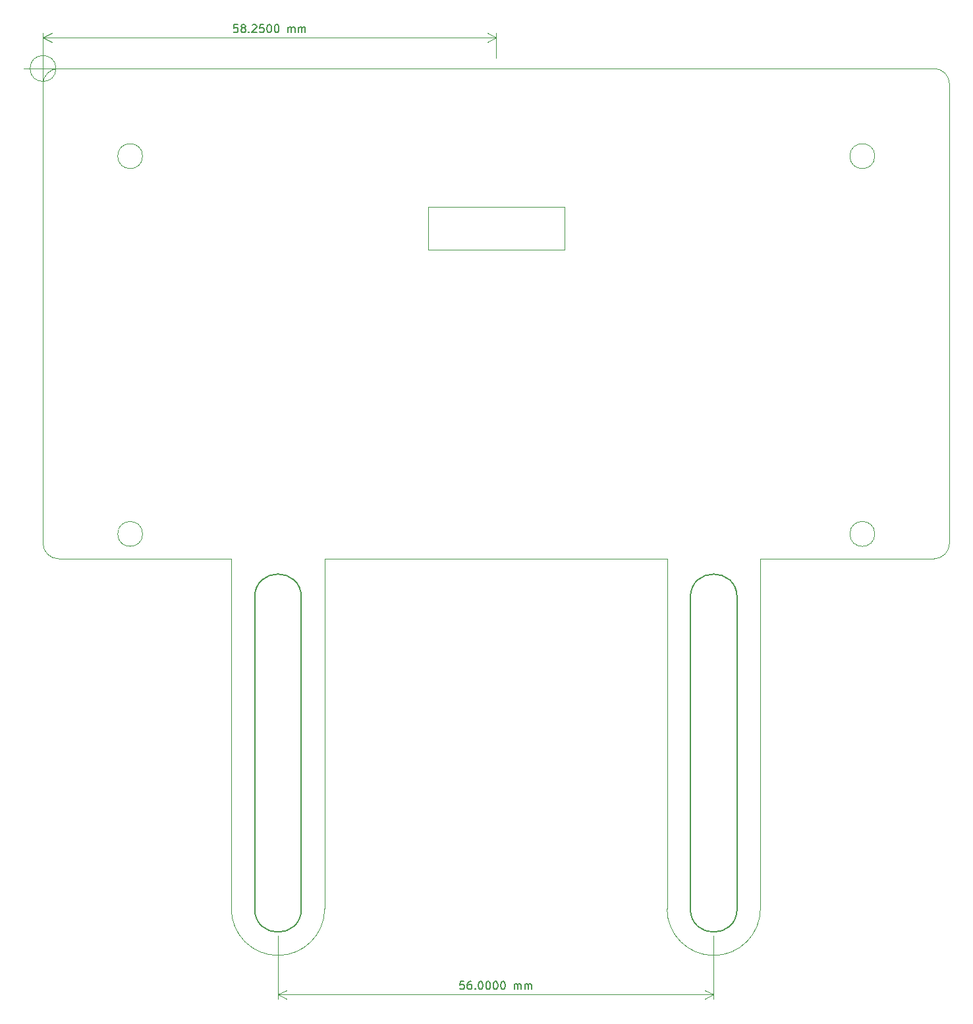
<source format=gbr>
%TF.GenerationSoftware,KiCad,Pcbnew,(6.0.1)*%
%TF.CreationDate,2022-12-13T21:33:40+01:00*%
%TF.ProjectId,SRD_Enhanced,5352445f-456e-4686-916e-6365642e6b69,rev?*%
%TF.SameCoordinates,Original*%
%TF.FileFunction,Profile,NP*%
%FSLAX46Y46*%
G04 Gerber Fmt 4.6, Leading zero omitted, Abs format (unit mm)*
G04 Created by KiCad (PCBNEW (6.0.1)) date 2022-12-13 21:33:40*
%MOMM*%
%LPD*%
G01*
G04 APERTURE LIST*
%TA.AperFunction,Profile*%
%ADD10C,0.100000*%
%TD*%
%TA.AperFunction,Profile*%
%ADD11C,0.200000*%
%TD*%
%ADD12C,0.150000*%
G04 APERTURE END LIST*
D10*
X55500000Y-40000000D02*
X168000000Y-40000000D01*
X145700000Y-147960000D02*
X145700000Y-103000000D01*
D11*
X142700000Y-107960000D02*
G75*
G03*
X136700000Y-107960000I-3000000J0D01*
G01*
D10*
X55500000Y-103000000D02*
X77700000Y-103000000D01*
X55500000Y-40000000D02*
G75*
G03*
X53500000Y-42000000I-1J-1999999D01*
G01*
X103000000Y-57750000D02*
X120500000Y-57750000D01*
X120500000Y-57750000D02*
X120500000Y-63250000D01*
X120500000Y-63250000D02*
X103000000Y-63250000D01*
X103000000Y-63250000D02*
X103000000Y-57750000D01*
X160400000Y-51260000D02*
G75*
G03*
X160400000Y-51260000I-1600000J0D01*
G01*
X53500000Y-101000000D02*
X53500000Y-42000000D01*
D11*
X136700000Y-147960000D02*
X136700000Y-107960000D01*
D10*
X170000000Y-101000000D02*
X170000000Y-42000000D01*
D11*
X80700000Y-147960000D02*
G75*
G03*
X86700000Y-147960000I3000000J0D01*
G01*
D10*
X89700000Y-147960000D02*
X89700000Y-103000000D01*
X53500000Y-101000000D02*
G75*
G03*
X55500000Y-103000000I1999999J-1D01*
G01*
X145700000Y-103000000D02*
X168000000Y-103000000D01*
D11*
X86700000Y-107960000D02*
G75*
G03*
X80700000Y-107960000I-3000000J0D01*
G01*
D10*
X77700000Y-147960000D02*
X77700000Y-103000000D01*
D11*
X80700000Y-147960000D02*
X80700000Y-107960000D01*
D10*
X133700000Y-147960000D02*
X133700000Y-103000000D01*
X133700000Y-103000000D02*
X89700000Y-103000000D01*
X168000000Y-103000000D02*
G75*
G03*
X170000000Y-101000000I1J1999999D01*
G01*
X66300000Y-99800000D02*
G75*
G03*
X66300000Y-99800000I-1600000J0D01*
G01*
X77700000Y-147960000D02*
G75*
G03*
X89700000Y-147960000I6000000J0D01*
G01*
X170000000Y-42000000D02*
G75*
G03*
X168000000Y-40000000I-1999999J1D01*
G01*
D11*
X142700000Y-147960000D02*
X142700000Y-107960000D01*
D10*
X133700000Y-147960000D02*
G75*
G03*
X145700000Y-147960000I6000000J0D01*
G01*
D11*
X136700000Y-147960000D02*
G75*
G03*
X142700000Y-147960000I3000000J0D01*
G01*
D10*
X160400000Y-99800000D02*
G75*
G03*
X160400000Y-99800000I-1600000J0D01*
G01*
X66300000Y-51260000D02*
G75*
G03*
X66300000Y-51260000I-1600000J0D01*
G01*
D11*
X86700000Y-147960000D02*
X86700000Y-107960000D01*
D12*
X107604761Y-157302380D02*
X107128571Y-157302380D01*
X107080952Y-157778571D01*
X107128571Y-157730952D01*
X107223809Y-157683333D01*
X107461904Y-157683333D01*
X107557142Y-157730952D01*
X107604761Y-157778571D01*
X107652380Y-157873809D01*
X107652380Y-158111904D01*
X107604761Y-158207142D01*
X107557142Y-158254761D01*
X107461904Y-158302380D01*
X107223809Y-158302380D01*
X107128571Y-158254761D01*
X107080952Y-158207142D01*
X108509523Y-157302380D02*
X108319047Y-157302380D01*
X108223809Y-157350000D01*
X108176190Y-157397619D01*
X108080952Y-157540476D01*
X108033333Y-157730952D01*
X108033333Y-158111904D01*
X108080952Y-158207142D01*
X108128571Y-158254761D01*
X108223809Y-158302380D01*
X108414285Y-158302380D01*
X108509523Y-158254761D01*
X108557142Y-158207142D01*
X108604761Y-158111904D01*
X108604761Y-157873809D01*
X108557142Y-157778571D01*
X108509523Y-157730952D01*
X108414285Y-157683333D01*
X108223809Y-157683333D01*
X108128571Y-157730952D01*
X108080952Y-157778571D01*
X108033333Y-157873809D01*
X109033333Y-158207142D02*
X109080952Y-158254761D01*
X109033333Y-158302380D01*
X108985714Y-158254761D01*
X109033333Y-158207142D01*
X109033333Y-158302380D01*
X109700000Y-157302380D02*
X109795238Y-157302380D01*
X109890476Y-157350000D01*
X109938095Y-157397619D01*
X109985714Y-157492857D01*
X110033333Y-157683333D01*
X110033333Y-157921428D01*
X109985714Y-158111904D01*
X109938095Y-158207142D01*
X109890476Y-158254761D01*
X109795238Y-158302380D01*
X109700000Y-158302380D01*
X109604761Y-158254761D01*
X109557142Y-158207142D01*
X109509523Y-158111904D01*
X109461904Y-157921428D01*
X109461904Y-157683333D01*
X109509523Y-157492857D01*
X109557142Y-157397619D01*
X109604761Y-157350000D01*
X109700000Y-157302380D01*
X110652380Y-157302380D02*
X110747619Y-157302380D01*
X110842857Y-157350000D01*
X110890476Y-157397619D01*
X110938095Y-157492857D01*
X110985714Y-157683333D01*
X110985714Y-157921428D01*
X110938095Y-158111904D01*
X110890476Y-158207142D01*
X110842857Y-158254761D01*
X110747619Y-158302380D01*
X110652380Y-158302380D01*
X110557142Y-158254761D01*
X110509523Y-158207142D01*
X110461904Y-158111904D01*
X110414285Y-157921428D01*
X110414285Y-157683333D01*
X110461904Y-157492857D01*
X110509523Y-157397619D01*
X110557142Y-157350000D01*
X110652380Y-157302380D01*
X111604761Y-157302380D02*
X111700000Y-157302380D01*
X111795238Y-157350000D01*
X111842857Y-157397619D01*
X111890476Y-157492857D01*
X111938095Y-157683333D01*
X111938095Y-157921428D01*
X111890476Y-158111904D01*
X111842857Y-158207142D01*
X111795238Y-158254761D01*
X111700000Y-158302380D01*
X111604761Y-158302380D01*
X111509523Y-158254761D01*
X111461904Y-158207142D01*
X111414285Y-158111904D01*
X111366666Y-157921428D01*
X111366666Y-157683333D01*
X111414285Y-157492857D01*
X111461904Y-157397619D01*
X111509523Y-157350000D01*
X111604761Y-157302380D01*
X112557142Y-157302380D02*
X112652380Y-157302380D01*
X112747619Y-157350000D01*
X112795238Y-157397619D01*
X112842857Y-157492857D01*
X112890476Y-157683333D01*
X112890476Y-157921428D01*
X112842857Y-158111904D01*
X112795238Y-158207142D01*
X112747619Y-158254761D01*
X112652380Y-158302380D01*
X112557142Y-158302380D01*
X112461904Y-158254761D01*
X112414285Y-158207142D01*
X112366666Y-158111904D01*
X112319047Y-157921428D01*
X112319047Y-157683333D01*
X112366666Y-157492857D01*
X112414285Y-157397619D01*
X112461904Y-157350000D01*
X112557142Y-157302380D01*
X114080952Y-158302380D02*
X114080952Y-157635714D01*
X114080952Y-157730952D02*
X114128571Y-157683333D01*
X114223809Y-157635714D01*
X114366666Y-157635714D01*
X114461904Y-157683333D01*
X114509523Y-157778571D01*
X114509523Y-158302380D01*
X114509523Y-157778571D02*
X114557142Y-157683333D01*
X114652380Y-157635714D01*
X114795238Y-157635714D01*
X114890476Y-157683333D01*
X114938095Y-157778571D01*
X114938095Y-158302380D01*
X115414285Y-158302380D02*
X115414285Y-157635714D01*
X115414285Y-157730952D02*
X115461904Y-157683333D01*
X115557142Y-157635714D01*
X115700000Y-157635714D01*
X115795238Y-157683333D01*
X115842857Y-157778571D01*
X115842857Y-158302380D01*
X115842857Y-157778571D02*
X115890476Y-157683333D01*
X115985714Y-157635714D01*
X116128571Y-157635714D01*
X116223809Y-157683333D01*
X116271428Y-157778571D01*
X116271428Y-158302380D01*
D10*
X83700000Y-151460000D02*
X83700000Y-159586420D01*
X139700000Y-151460000D02*
X139700000Y-159586420D01*
X83700000Y-159000000D02*
X139700000Y-159000000D01*
X83700000Y-159000000D02*
X139700000Y-159000000D01*
X83700000Y-159000000D02*
X84826504Y-159586421D01*
X83700000Y-159000000D02*
X84826504Y-158413579D01*
X139700000Y-159000000D02*
X138573496Y-158413579D01*
X139700000Y-159000000D02*
X138573496Y-159586421D01*
D12*
X78529761Y-34362380D02*
X78053571Y-34362380D01*
X78005952Y-34838571D01*
X78053571Y-34790952D01*
X78148809Y-34743333D01*
X78386904Y-34743333D01*
X78482142Y-34790952D01*
X78529761Y-34838571D01*
X78577380Y-34933809D01*
X78577380Y-35171904D01*
X78529761Y-35267142D01*
X78482142Y-35314761D01*
X78386904Y-35362380D01*
X78148809Y-35362380D01*
X78053571Y-35314761D01*
X78005952Y-35267142D01*
X79148809Y-34790952D02*
X79053571Y-34743333D01*
X79005952Y-34695714D01*
X78958333Y-34600476D01*
X78958333Y-34552857D01*
X79005952Y-34457619D01*
X79053571Y-34410000D01*
X79148809Y-34362380D01*
X79339285Y-34362380D01*
X79434523Y-34410000D01*
X79482142Y-34457619D01*
X79529761Y-34552857D01*
X79529761Y-34600476D01*
X79482142Y-34695714D01*
X79434523Y-34743333D01*
X79339285Y-34790952D01*
X79148809Y-34790952D01*
X79053571Y-34838571D01*
X79005952Y-34886190D01*
X78958333Y-34981428D01*
X78958333Y-35171904D01*
X79005952Y-35267142D01*
X79053571Y-35314761D01*
X79148809Y-35362380D01*
X79339285Y-35362380D01*
X79434523Y-35314761D01*
X79482142Y-35267142D01*
X79529761Y-35171904D01*
X79529761Y-34981428D01*
X79482142Y-34886190D01*
X79434523Y-34838571D01*
X79339285Y-34790952D01*
X79958333Y-35267142D02*
X80005952Y-35314761D01*
X79958333Y-35362380D01*
X79910714Y-35314761D01*
X79958333Y-35267142D01*
X79958333Y-35362380D01*
X80386904Y-34457619D02*
X80434523Y-34410000D01*
X80529761Y-34362380D01*
X80767857Y-34362380D01*
X80863095Y-34410000D01*
X80910714Y-34457619D01*
X80958333Y-34552857D01*
X80958333Y-34648095D01*
X80910714Y-34790952D01*
X80339285Y-35362380D01*
X80958333Y-35362380D01*
X81863095Y-34362380D02*
X81386904Y-34362380D01*
X81339285Y-34838571D01*
X81386904Y-34790952D01*
X81482142Y-34743333D01*
X81720238Y-34743333D01*
X81815476Y-34790952D01*
X81863095Y-34838571D01*
X81910714Y-34933809D01*
X81910714Y-35171904D01*
X81863095Y-35267142D01*
X81815476Y-35314761D01*
X81720238Y-35362380D01*
X81482142Y-35362380D01*
X81386904Y-35314761D01*
X81339285Y-35267142D01*
X82529761Y-34362380D02*
X82625000Y-34362380D01*
X82720238Y-34410000D01*
X82767857Y-34457619D01*
X82815476Y-34552857D01*
X82863095Y-34743333D01*
X82863095Y-34981428D01*
X82815476Y-35171904D01*
X82767857Y-35267142D01*
X82720238Y-35314761D01*
X82625000Y-35362380D01*
X82529761Y-35362380D01*
X82434523Y-35314761D01*
X82386904Y-35267142D01*
X82339285Y-35171904D01*
X82291666Y-34981428D01*
X82291666Y-34743333D01*
X82339285Y-34552857D01*
X82386904Y-34457619D01*
X82434523Y-34410000D01*
X82529761Y-34362380D01*
X83482142Y-34362380D02*
X83577380Y-34362380D01*
X83672619Y-34410000D01*
X83720238Y-34457619D01*
X83767857Y-34552857D01*
X83815476Y-34743333D01*
X83815476Y-34981428D01*
X83767857Y-35171904D01*
X83720238Y-35267142D01*
X83672619Y-35314761D01*
X83577380Y-35362380D01*
X83482142Y-35362380D01*
X83386904Y-35314761D01*
X83339285Y-35267142D01*
X83291666Y-35171904D01*
X83244047Y-34981428D01*
X83244047Y-34743333D01*
X83291666Y-34552857D01*
X83339285Y-34457619D01*
X83386904Y-34410000D01*
X83482142Y-34362380D01*
X85005952Y-35362380D02*
X85005952Y-34695714D01*
X85005952Y-34790952D02*
X85053571Y-34743333D01*
X85148809Y-34695714D01*
X85291666Y-34695714D01*
X85386904Y-34743333D01*
X85434523Y-34838571D01*
X85434523Y-35362380D01*
X85434523Y-34838571D02*
X85482142Y-34743333D01*
X85577380Y-34695714D01*
X85720238Y-34695714D01*
X85815476Y-34743333D01*
X85863095Y-34838571D01*
X85863095Y-35362380D01*
X86339285Y-35362380D02*
X86339285Y-34695714D01*
X86339285Y-34790952D02*
X86386904Y-34743333D01*
X86482142Y-34695714D01*
X86625000Y-34695714D01*
X86720238Y-34743333D01*
X86767857Y-34838571D01*
X86767857Y-35362380D01*
X86767857Y-34838571D02*
X86815476Y-34743333D01*
X86910714Y-34695714D01*
X87053571Y-34695714D01*
X87148809Y-34743333D01*
X87196428Y-34838571D01*
X87196428Y-35362380D01*
D10*
X53500000Y-38620000D02*
X53500000Y-35473580D01*
X111750000Y-38620000D02*
X111750000Y-35473580D01*
X53500000Y-36060000D02*
X111750000Y-36060000D01*
X53500000Y-36060000D02*
X111750000Y-36060000D01*
X53500000Y-36060000D02*
X54626504Y-36646421D01*
X53500000Y-36060000D02*
X54626504Y-35473579D01*
X111750000Y-36060000D02*
X110623496Y-35473579D01*
X111750000Y-36060000D02*
X110623496Y-36646421D01*
X55166666Y-40000000D02*
G75*
G03*
X55166666Y-40000000I-1666666J0D01*
G01*
X51000000Y-40000000D02*
X56000000Y-40000000D01*
X53500000Y-37500000D02*
X53500000Y-42500000D01*
M02*

</source>
